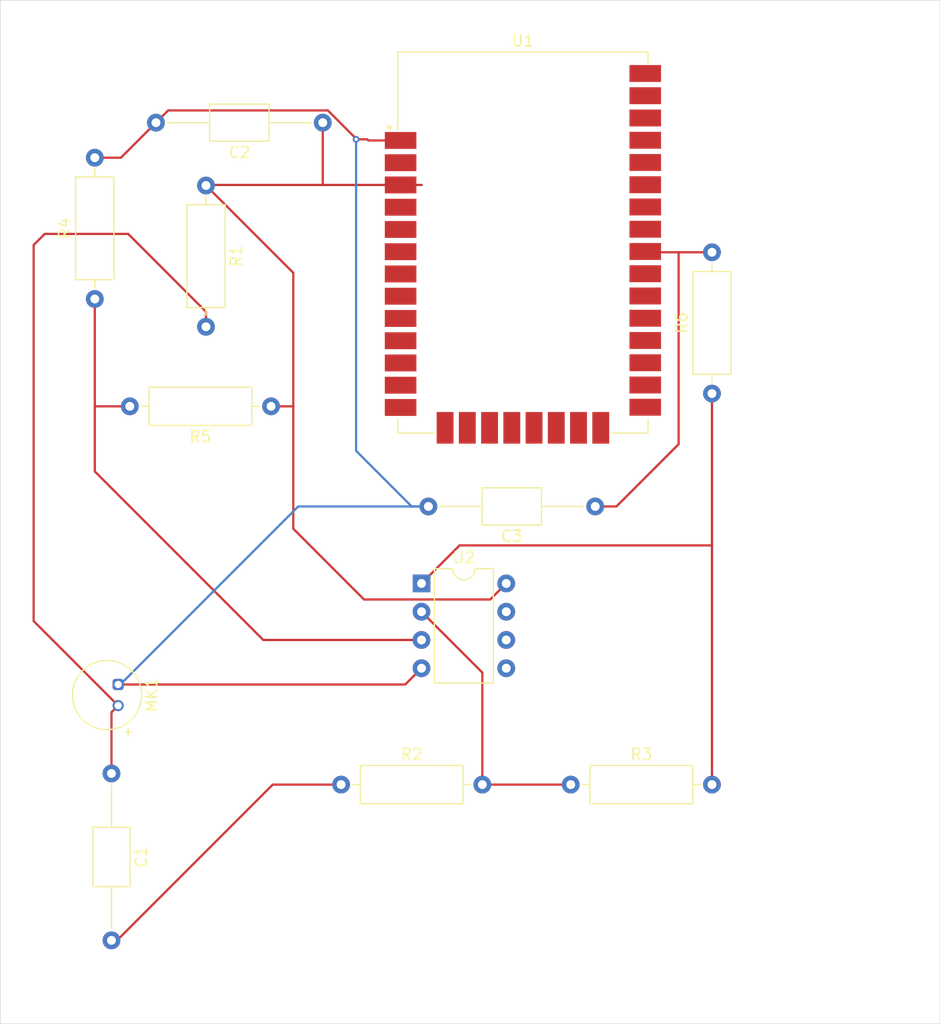
<source format=kicad_pcb>
(kicad_pcb (version 20240108) (generator "pcbnew") (generator_version "8.0")
  (layers (0 "F.Cu" signal) (31 "B.Cu" signal) (34 "B.Paste" user) (35 "F.Paste" user) (36 "B.SilkS" user "B.Silkscreen") (37 "F.SilkS" user "F.Silkscreen") (38 "B.Mask" user) (39 "F.Mask" user) (44 "Edge.Cuts" user))
  (net 0 "")
  (net 1 "Net-(C1-Pad2)")
  (net 2 "Net-(MK1-+)")
  (net 3 "+5VA")
  (net 4 "GND")
  (net 5 "PIN 34")
  (net 6 "Net-(U2A--)")
  (net 7 "Net-(R3-Pad2)")
  (net 8 "Net-(U2A-+)")
  (footprint "Resistor_THT:R_Axial_DIN0309_L9.0mm_D3.2mm_P12.70mm_Horizontal" (layer "F.Cu") (at 149.8 88)
    (property "Reference" "R3" (at 6.35 -2.72 0) (layer "F.SilkS"))
    (property "Value" "100K")
    (fp_line (start 1.04 0) (end 1.73 0) (stroke (width 0.12)) (layer "F.SilkS"))
    (fp_line (start 1.73 -1.72) (end 1.73 1.72) (stroke (width 0.12)) (layer "F.SilkS"))
    (fp_line (start 1.73 1.72) (end 10.97 1.72) (stroke (width 0.12)) (layer "F.SilkS"))
    (fp_line (start 10.97 -1.72) (end 1.73 -1.72) (stroke (width 0.12)) (layer "F.SilkS"))
    (fp_line (start 10.97 1.72) (end 10.97 -1.72) (stroke (width 0.12)) (layer "F.SilkS"))
    (fp_line (start 11.66 0) (end 10.97 0) (stroke (width 0.12)) (layer "F.SilkS"))
    (pad "1" thru_hole circle (at 0 0) (size 1.6 1.6) (drill 0.8) (layers "*.Cu" "*.Mask") (net 6 "Net-(U2A--)"))
    (pad "2" thru_hole oval (at 12.7 0) (size 1.6 1.6) (drill 0.8) (layers "*.Cu" "*.Mask") (net 7 "Net-(R3-Pad2)"))
  )
  (footprint "RF_Module:Digi_XBee_SMT" (layer "F.Cu") (at 145.5 40)
    (property "Reference" "U1" (at 0 -18.85 0) (layer "F.SilkS"))
    (property "Value" "ESP32-S3-MINI-1")
    (fp_line (start -11.25 -17.85) (end 11.25 -17.85) (stroke (width 0.12)) (layer "F.SilkS"))
    (fp_line (start -11.25 -10.85) (end -11.25 -17.85) (stroke (width 0.12)) (layer "F.SilkS"))
    (fp_line (start -11.25 15.15) (end -11.25 16.4) (stroke (width 0.12)) (layer "F.SilkS"))
    (fp_line (start -11.25 16.4) (end -8 16.4) (stroke (width 0.12)) (layer "F.SilkS"))
    (fp_line (start 8 16.4) (end 11.25 16.4) (stroke (width 0.12)) (layer "F.SilkS"))
    (fp_line (start 11.25 -17.85) (end 11.25 -16.85) (stroke (width 0.12)) (layer "F.SilkS"))
    (fp_line (start 11.25 16.4) (end 11.25 15.15) (stroke (width 0.12)) (layer "F.SilkS"))
    (fp_poly (pts (xy -12 -10.85) (xy -12.24 -11.186) (xy -11.76 -11.186) (xy -12 -10.85)) (stroke (width 0.12)) (fill solid) (layer "F.SilkS"))
    (pad "1" smd rect (at -11 -9.9) (size 2.84 1.52) (layers "F.Cu" "F.Paste" "F.Mask") (net 4 "GND"))
    (pad "2" smd rect (at -11 -7.9) (size 2.84 1.52) (layers "F.Cu" "F.Paste" "F.Mask") (net 4 "GND"))
    (pad "3" smd rect (at -11 -5.9) (size 2.84 1.52) (layers "F.Cu" "F.Paste" "F.Mask") (net 3 "+5VA"))
    (pad "4" smd rect (at -11 -3.9) (size 2.84 1.52) (layers "F.Cu" "F.Paste" "F.Mask"))
    (pad "5" smd rect (at -11 -1.9) (size 2.84 1.52) (layers "F.Cu" "F.Paste" "F.Mask"))
    (pad "6" smd rect (at -11 0.1) (size 2.84 1.52) (layers "F.Cu" "F.Paste" "F.Mask"))
    (pad "7" smd rect (at -11 2.1) (size 2.84 1.52) (layers "F.Cu" "F.Paste" "F.Mask"))
    (pad "8" smd rect (at -11 4.1) (size 2.84 1.52) (layers "F.Cu" "F.Paste" "F.Mask"))
    (pad "9" smd rect (at -11 6.1) (size 2.84 1.52) (layers "F.Cu" "F.Paste" "F.Mask"))
    (pad "10" smd rect (at -11 8.1) (size 2.84 1.52) (layers "F.Cu" "F.Paste" "F.Mask"))
    (pad "11" smd rect (at -11 10.1) (size 2.84 1.52) (layers "F.Cu" "F.Paste" "F.Mask"))
    (pad "12" smd rect (at -11 12.1) (size 2.84 1.52) (layers "F.Cu" "F.Paste" "F.Mask"))
    (pad "13" smd rect (at -11 14.1) (size 2.84 1.52) (layers "F.Cu" "F.Paste" "F.Mask"))
    (pad "14" smd rect (at -7 15.93 90) (size 2.84 1.52) (layers "F.Cu" "F.Paste" "F.Mask"))
    (pad "15" smd rect (at -5 15.93 90) (size 2.84 1.52) (layers "F.Cu" "F.Paste" "F.Mask"))
    (pad "16" smd rect (at -3 15.93 90) (size 2.84 1.52) (layers "F.Cu" "F.Paste" "F.Mask"))
    (pad "17" smd rect (at -1 15.93 90) (size 2.84 1.52) (layers "F.Cu" "F.Paste" "F.Mask"))
    (pad "18" smd rect (at 1 15.93 90) (size 2.84 1.52) (layers "F.Cu" "F.Paste" "F.Mask"))
    (pad "19" smd rect (at 3 15.93 90) (size 2.84 1.52) (layers "F.Cu" "F.Paste" "F.Mask"))
    (pad "20" smd rect (at 5 15.93 90) (size 2.84 1.52) (layers "F.Cu" "F.Paste" "F.Mask"))
    (pad "21" smd rect (at 7 15.93 90) (size 2.84 1.52) (layers "F.Cu" "F.Paste" "F.Mask"))
    (pad "22" smd rect (at 11 14.08) (size 2.84 1.52) (layers "F.Cu" "F.Paste" "F.Mask"))
    (pad "23" smd rect (at 11 12.08) (size 2.84 1.52) (layers "F.Cu" "F.Paste" "F.Mask"))
    (pad "24" smd rect (at 11 10.08) (size 2.84 1.52) (layers "F.Cu" "F.Paste" "F.Mask"))
    (pad "25" smd rect (at 11 8.08) (size 2.84 1.52) (layers "F.Cu" "F.Paste" "F.Mask"))
    (pad "26" smd rect (at 11 6.08) (size 2.84 1.52) (layers "F.Cu" "F.Paste" "F.Mask"))
    (pad "27" smd rect (at 11 4.08) (size 2.84 1.52) (layers "F.Cu" "F.Paste" "F.Mask"))
    (pad "28" smd rect (at 11 2.08) (size 2.84 1.52) (layers "F.Cu" "F.Paste" "F.Mask"))
    (pad "29" smd rect (at 11 0.08) (size 2.84 1.52) (layers "F.Cu" "F.Paste" "F.Mask") (net 5 "PIN 34"))
    (pad "30" smd rect (at 11 -1.92) (size 2.84 1.52) (layers "F.Cu" "F.Paste" "F.Mask"))
    (pad "31" smd rect (at 11 -3.92) (size 2.84 1.52) (layers "F.Cu" "F.Paste" "F.Mask"))
    (pad "32" smd rect (at 11 -5.92) (size 2.84 1.52) (layers "F.Cu" "F.Paste" "F.Mask"))
    (pad "33" smd rect (at 11 -7.92) (size 2.84 1.52) (layers "F.Cu" "F.Paste" "F.Mask"))
    (pad "34" smd rect (at 11 -9.92) (size 2.84 1.52) (layers "F.Cu" "F.Paste" "F.Mask"))
    (pad "35" smd rect (at 11 -11.92) (size 2.84 1.52) (layers "F.Cu" "F.Paste" "F.Mask"))
    (pad "36" smd rect (at 11 -13.92) (size 2.84 1.52) (layers "F.Cu" "F.Paste" "F.Mask"))
    (pad "37" smd rect (at 11 -15.92) (size 2.84 1.52) (layers "F.Cu" "F.Paste" "F.Mask"))
  )
  (footprint "Package_DIP:DIP-8_W7.62mm" (layer "F.Cu") (at 136.38 69.92)
    (property "Reference" "U2" (at 3.81 -2.33 0) (layer "F.SilkS"))
    (property "Value" "LM358")
    (fp_line (start 1.16 -1.33) (end 1.16 8.95) (stroke (width 0.12)) (layer "F.SilkS"))
    (fp_line (start 1.16 8.95) (end 6.46 8.95) (stroke (width 0.12)) (layer "F.SilkS"))
    (fp_line (start 2.81 -1.33) (end 1.16 -1.33) (stroke (width 0.12)) (layer "F.SilkS"))
    (fp_line (start 6.46 -1.33) (end 4.81 -1.33) (stroke (width 0.12)) (layer "F.SilkS"))
    (fp_line (start 6.46 8.95) (end 6.46 -1.33) (stroke (width 0.12)) (layer "F.SilkS"))
    (fp_arc (start 4.81 -1.33) (mid 3.81 -0.33) (end 2.81 -1.33) (stroke (width 0.12)) (layer "F.SilkS"))
    (pad "1" thru_hole rect (at 0 0) (size 1.6 1.6) (drill 0.8) (layers "*.Cu" "*.Mask") (net 7 "Net-(R3-Pad2)"))
    (pad "2" thru_hole oval (at 0 2.54) (size 1.6 1.6) (drill 0.8) (layers "*.Cu" "*.Mask") (net 6 "Net-(U2A--)"))
    (pad "3" thru_hole oval (at 0 5.08) (size 1.6 1.6) (drill 0.8) (layers "*.Cu" "*.Mask") (net 8 "Net-(U2A-+)"))
    (pad "4" thru_hole oval (at 0 7.62) (size 1.6 1.6) (drill 0.8) (layers "*.Cu" "*.Mask") (net 4 "GND"))
    (pad "5" thru_hole oval (at 7.62 7.62) (size 1.6 1.6) (drill 0.8) (layers "*.Cu" "*.Mask"))
    (pad "6" thru_hole oval (at 7.62 5.08) (size 1.6 1.6) (drill 0.8) (layers "*.Cu" "*.Mask"))
    (pad "7" thru_hole oval (at 7.62 2.54) (size 1.6 1.6) (drill 0.8) (layers "*.Cu" "*.Mask"))
    (pad "8" thru_hole oval (at 7.62 0) (size 1.6 1.6) (drill 0.8) (layers "*.Cu" "*.Mask") (net 3 "+5VA"))
  )
  (footprint "Resistor_THT:R_Axial_DIN0309_L9.0mm_D3.2mm_P12.70mm_Horizontal" (layer "F.Cu") (at 107 44.35 90)
    (property "Reference" "R4" (at 6.35 -2.72 -90) (layer "F.SilkS"))
    (property "Value" "10K")
    (fp_line (start 10.97 -1.72) (end 1.73 -1.72) (stroke (width 0.12)) (layer "F.SilkS"))
    (fp_line (start 1.73 -1.72) (end 1.73 1.72) (stroke (width 0.12)) (layer "F.SilkS"))
    (fp_line (start 11.66 0) (end 10.97 0) (stroke (width 0.12)) (layer "F.SilkS"))
    (fp_line (start 1.04 0) (end 1.73 0) (stroke (width 0.12)) (layer "F.SilkS"))
    (fp_line (start 10.97 1.72) (end 10.97 -1.72) (stroke (width 0.12)) (layer "F.SilkS"))
    (fp_line (start 1.73 1.72) (end 10.97 1.72) (stroke (width 0.12)) (layer "F.SilkS"))
    (pad "1" thru_hole circle (at 0 0 90) (size 1.6 1.6) (drill 0.8) (layers "*.Cu" "*.Mask") (net 8 "Net-(U2A-+)"))
    (pad "2" thru_hole oval (at 12.7 0 90) (size 1.6 1.6) (drill 0.8) (layers "*.Cu" "*.Mask") (net 4 "GND"))
  )
  (footprint "Sensor_Audio:POM-2244P-C3310-2-R" (layer "F.Cu") (at 109.1 79 -90)
    (property "Reference" "MK1" (at 0.95 -3 90) (layer "F.SilkS"))
    (property "Value" "Microphone_Condenser")
    (fp_line (start 4.3 -0.9) (end 4 -0.9) (stroke (width 0.12)) (layer "F.SilkS"))
    (fp_line (start 4.3 -0.9) (end 4.6 -0.9) (stroke (width 0.12)) (layer "F.SilkS"))
    (fp_line (start 4.3 -1.2) (end 4.3 -0.6) (stroke (width 0.12)) (layer "F.SilkS"))
    (fp_circle (center 0.95 1) (end 4.06 1) (stroke (width 0.12)) (fill none) (layer "F.SilkS"))
    (pad "1" thru_hole roundrect (at 0 0 270) (size 1 1) (drill 0.65) (layers "*.Cu" "*.Mask") (net 4 "GND"))
    (pad "2" thru_hole circle (at 1.9 0 270) (size 1 1) (drill 0.65) (layers "*.Cu" "*.Mask") (net 2 "Net-(MK1-+)"))
  )
  (footprint "Resistor_THT:R_Axial_DIN0309_L9.0mm_D3.2mm_P12.70mm_Horizontal" (layer "F.Cu") (at 162.5 52.85 90)
    (property "Reference" "R6" (at 6.35 -2.72 -90) (layer "F.SilkS"))
    (property "Value" "12K")
    (fp_line (start 10.97 -1.72) (end 1.73 -1.72) (stroke (width 0.12)) (layer "F.SilkS"))
    (fp_line (start 1.73 -1.72) (end 1.73 1.72) (stroke (width 0.12)) (layer "F.SilkS"))
    (fp_line (start 11.66 0) (end 10.97 0) (stroke (width 0.12)) (layer "F.SilkS"))
    (fp_line (start 1.04 0) (end 1.73 0) (stroke (width 0.12)) (layer "F.SilkS"))
    (fp_line (start 10.97 1.72) (end 10.97 -1.72) (stroke (width 0.12)) (layer "F.SilkS"))
    (fp_line (start 1.73 1.72) (end 10.97 1.72) (stroke (width 0.12)) (layer "F.SilkS"))
    (pad "1" thru_hole circle (at 0 0 90) (size 1.6 1.6) (drill 0.8) (layers "*.Cu" "*.Mask") (net 7 "Net-(R3-Pad2)"))
    (pad "2" thru_hole oval (at 12.7 0 90) (size 1.6 1.6) (drill 0.8) (layers "*.Cu" "*.Mask") (net 5 "PIN 34"))
  )
  (footprint "Capacitor_THT:C_Axial_L5.1mm_D3.1mm_P15.00mm_Horizontal" (layer "F.Cu") (at 152 63 180)
    (property "Reference" "C3" (at 7.5 -2.67 180) (layer "F.SilkS"))
    (property "Value" "1uF")
    (fp_line (start 13.96 0) (end 10.17 0) (stroke (width 0.12)) (layer "F.SilkS"))
    (fp_line (start 10.17 1.67) (end 10.17 -1.67) (stroke (width 0.12)) (layer "F.SilkS"))
    (fp_line (start 10.17 -1.67) (end 4.83 -1.67) (stroke (width 0.12)) (layer "F.SilkS"))
    (fp_line (start 4.83 1.67) (end 10.17 1.67) (stroke (width 0.12)) (layer "F.SilkS"))
    (fp_line (start 4.83 -1.67) (end 4.83 1.67) (stroke (width 0.12)) (layer "F.SilkS"))
    (fp_line (start 1.04 0) (end 4.83 0) (stroke (width 0.12)) (layer "F.SilkS"))
    (pad "1" thru_hole circle (at 0 0 180) (size 1.6 1.6) (drill 0.8) (layers "*.Cu" "*.Mask") (net 5 "PIN 34"))
    (pad "2" thru_hole oval (at 15 0 180) (size 1.6 1.6) (drill 0.8) (layers "*.Cu" "*.Mask") (net 4 "GND"))
  )
  (footprint "Capacitor_THT:C_Axial_L5.1mm_D3.1mm_P15.00mm_Horizontal" (layer "F.Cu") (at 127.5 28.5 180)
    (property "Reference" "C2" (at 7.5 -2.67 180) (layer "F.SilkS"))
    (property "Value" "1uF" (hide yes))
    (fp_line (start 13.96 0) (end 10.17 0) (stroke (width 0.12)) (layer "F.SilkS"))
    (fp_line (start 10.17 1.67) (end 10.17 -1.67) (stroke (width 0.12)) (layer "F.SilkS"))
    (fp_line (start 10.17 -1.67) (end 4.83 -1.67) (stroke (width 0.12)) (layer "F.SilkS"))
    (fp_line (start 4.83 1.67) (end 10.17 1.67) (stroke (width 0.12)) (layer "F.SilkS"))
    (fp_line (start 4.83 -1.67) (end 4.83 1.67) (stroke (width 0.12)) (layer "F.SilkS"))
    (fp_line (start 1.04 0) (end 4.83 0) (stroke (width 0.12)) (layer "F.SilkS"))
    (pad "1" thru_hole circle (at 0 0 180) (size 1.6 1.6) (drill 0.8) (layers "*.Cu" "*.Mask") (net 3 "+5VA"))
    (pad "2" thru_hole oval (at 15 0 180) (size 1.6 1.6) (drill 0.8) (layers "*.Cu" "*.Mask") (net 4 "GND"))
  )
  (footprint "Resistor_THT:R_Axial_DIN0309_L9.0mm_D3.2mm_P12.70mm_Horizontal" (layer "F.Cu") (at 129.15 88)
    (property "Reference" "R2" (at 6.35 -2.72 0) (layer "F.SilkS"))
    (property "Value" "1K")
    (fp_line (start 1.04 0) (end 1.73 0) (stroke (width 0.12)) (layer "F.SilkS"))
    (fp_line (start 1.73 -1.72) (end 1.73 1.72) (stroke (width 0.12)) (layer "F.SilkS"))
    (fp_line (start 1.73 1.72) (end 10.97 1.72) (stroke (width 0.12)) (layer "F.SilkS"))
    (fp_line (start 10.97 -1.72) (end 1.73 -1.72) (stroke (width 0.12)) (layer "F.SilkS"))
    (fp_line (start 10.97 1.72) (end 10.97 -1.72) (stroke (width 0.12)) (layer "F.SilkS"))
    (fp_line (start 11.66 0) (end 10.97 0) (stroke (width 0.12)) (layer "F.SilkS"))
    (pad "1" thru_hole circle (at 0 0) (size 1.6 1.6) (drill 0.8) (layers "*.Cu" "*.Mask") (net 1 "Net-(C1-Pad2)"))
    (pad "2" thru_hole oval (at 12.7 0) (size 1.6 1.6) (drill 0.8) (layers "*.Cu" "*.Mask") (net 6 "Net-(U2A--)"))
  )
  (footprint "Resistor_THT:R_Axial_DIN0309_L9.0mm_D3.2mm_P12.70mm_Horizontal" (layer "F.Cu") (at 117 34.15 -90)
    (property "Reference" "R1" (at 6.35 -2.72 90) (layer "F.SilkS"))
    (property "Value" "1K")
    (fp_line (start 1.73 1.72) (end 10.97 1.72) (stroke (width 0.12)) (layer "F.SilkS"))
    (fp_line (start 10.97 1.72) (end 10.97 -1.72) (stroke (width 0.12)) (layer "F.SilkS"))
    (fp_line (start 1.04 0) (end 1.73 0) (stroke (width 0.12)) (layer "F.SilkS"))
    (fp_line (start 11.66 0) (end 10.97 0) (stroke (width 0.12)) (layer "F.SilkS"))
    (fp_line (start 1.73 -1.72) (end 1.73 1.72) (stroke (width 0.12)) (layer "F.SilkS"))
    (fp_line (start 10.97 -1.72) (end 1.73 -1.72) (stroke (width 0.12)) (layer "F.SilkS"))
    (pad "1" thru_hole circle (at 0 0 270) (size 1.6 1.6) (drill 0.8) (layers "*.Cu" "*.Mask") (net 3 "+5VA"))
    (pad "2" thru_hole oval (at 12.7 0 270) (size 1.6 1.6) (drill 0.8) (layers "*.Cu" "*.Mask") (net 2 "Net-(MK1-+)"))
  )
  (footprint "Capacitor_THT:C_Axial_L5.1mm_D3.1mm_P15.00mm_Horizontal" (layer "F.Cu") (at 108.5 87 -90)
    (property "Reference" "C1" (at 7.5 -2.67 90) (layer "F.SilkS"))
    (property "Value" "1uF" (hide yes))
    (fp_line (start 4.83 1.67) (end 10.17 1.67) (stroke (width 0.12)) (layer "F.SilkS"))
    (fp_line (start 10.17 1.67) (end 10.17 -1.67) (stroke (width 0.12)) (layer "F.SilkS"))
    (fp_line (start 1.04 0) (end 4.83 0) (stroke (width 0.12)) (layer "F.SilkS"))
    (fp_line (start 13.96 0) (end 10.17 0) (stroke (width 0.12)) (layer "F.SilkS"))
    (fp_line (start 4.83 -1.67) (end 4.83 1.67) (stroke (width 0.12)) (layer "F.SilkS"))
    (fp_line (start 10.17 -1.67) (end 4.83 -1.67) (stroke (width 0.12)) (layer "F.SilkS"))
    (pad "1" thru_hole circle (at 0 0 270) (size 1.6 1.6) (drill 0.8) (layers "*.Cu" "*.Mask") (net 2 "Net-(MK1-+)"))
    (pad "2" thru_hole oval (at 15 0 270) (size 1.6 1.6) (drill 0.8) (layers "*.Cu" "*.Mask") (net 1 "Net-(C1-Pad2)"))
  )
  (footprint "Resistor_THT:R_Axial_DIN0309_L9.0mm_D3.2mm_P12.70mm_Horizontal" (layer "F.Cu") (at 122.85 54 180)
    (property "Reference" "R5" (at 6.35 -2.72 180) (layer "F.SilkS"))
    (property "Value" "10K")
    (fp_line (start 11.66 0) (end 10.97 0) (stroke (width 0.12)) (layer "F.SilkS"))
    (fp_line (start 10.97 1.72) (end 10.97 -1.72) (stroke (width 0.12)) (layer "F.SilkS"))
    (fp_line (start 10.97 -1.72) (end 1.73 -1.72) (stroke (width 0.12)) (layer "F.SilkS"))
    (fp_line (start 1.73 1.72) (end 10.97 1.72) (stroke (width 0.12)) (layer "F.SilkS"))
    (fp_line (start 1.73 -1.72) (end 1.73 1.72) (stroke (width 0.12)) (layer "F.SilkS"))
    (fp_line (start 1.04 0) (end 1.73 0) (stroke (width 0.12)) (layer "F.SilkS"))
    (pad "1" thru_hole circle (at 0 0 180) (size 1.6 1.6) (drill 0.8) (layers "*.Cu" "*.Mask") (net 3 "+5VA"))
    (pad "2" thru_hole oval (at 12.7 0 180) (size 1.6 1.6) (drill 0.8) (layers "*.Cu" "*.Mask") (net 8 "Net-(U2A-+)"))
  )
  (gr_rect (start 98.5 17.5) (end 183 109.5) (stroke (width 0.05)) (fill none) (layer "Edge.Cuts"))
  (segment (start 108.5 102) (end 109 102) (width 0.2) (layer "F.Cu") (net 1))
  (segment (start 109 102) (end 123 88) (width 0.2) (layer "F.Cu") (net 1))
  (segment (start 123 88) (end 129.15 88) (width 0.2) (layer "F.Cu") (net 1))
  (segment (start 102.5 38.5) (end 101.5 39.5) (width 0.2) (layer "F.Cu") (net 2))
  (segment (start 117 45.5) (end 110 38.5) (width 0.2) (layer "F.Cu") (net 2))
  (segment (start 108.5 87) (end 108.5 81.5) (width 0.2) (layer "F.Cu") (net 2))
  (segment (start 101.5 39.5) (end 101.5 73.3) (width 0.2) (layer "F.Cu") (net 2))
  (segment (start 110 38.5) (end 102.5 38.5) (width 0.2) (layer "F.Cu") (net 2))
  (segment (start 117 46.85) (end 117 45.5) (width 0.2) (layer "F.Cu") (net 2))
  (segment (start 108.5 81.5) (end 109.1 80.9) (width 0.2) (layer "F.Cu") (net 2))
  (segment (start 101.5 73.3) (end 109.1 80.9) (width 0.2) (layer "F.Cu") (net 2))
  (segment (start 124.85 65) (end 124.85 54) (width 0.2) (layer "F.Cu") (net 3))
  (segment (start 136.4 34.1) (end 134.5 34.1) (width 0.2) (layer "F.Cu") (net 3))
  (segment (start 124.85 54) (end 124.85 42) (width 0.2) (layer "F.Cu") (net 3))
  (segment (start 134.5 34.1) (end 127.5 34.1) (width 0.2) (layer "F.Cu") (net 3))
  (segment (start 122.85 54) (end 124.85 54) (width 0.2) (layer "F.Cu") (net 3))
  (segment (start 142.56 71.36) (end 131.21 71.36) (width 0.2) (layer "F.Cu") (net 3))
  (segment (start 124.85 42) (end 117 34.15) (width 0.2) (layer "F.Cu") (net 3))
  (segment (start 117.05 34.1) (end 117 34.15) (width 0.2) (layer "F.Cu") (net 3))
  (segment (start 131.21 71.36) (end 124.85 65) (width 0.2) (layer "F.Cu") (net 3))
  (segment (start 144 69.92) (end 142.56 71.36) (width 0.2) (layer "F.Cu") (net 3))
  (segment (start 127.5 34.1) (end 117.05 34.1) (width 0.2) (layer "F.Cu") (net 3))
  (segment (start 127.5 28.5) (end 127.5 34.1) (width 0.2) (layer "F.Cu") (net 3))
  (segment (start 109.1 79) (end 134.92 79) (width 0.2) (layer "F.Cu") (net 4))
  (segment (start 130.5 29.944365) (end 127.955635 27.4) (width 0.2) (layer "F.Cu") (net 4))
  (segment (start 134.92 79) (end 136.38 77.54) (width 0.2) (layer "F.Cu") (net 4))
  (segment (start 113.6 27.4) (end 112.5 28.5) (width 0.2) (layer "F.Cu") (net 4))
  (segment (start 109.35 31.65) (end 112.5 28.5) (width 0.2) (layer "F.Cu") (net 4))
  (segment (start 131.6 30.1) (end 134.5 30.1) (width 0.2) (layer "F.Cu") (net 4))
  (segment (start 130.5 30) (end 131.5 30) (width 0.2) (layer "F.Cu") (net 4))
  (segment (start 130.6 30.1) (end 130.5 30) (width 0.2) (layer "F.Cu") (net 4))
  (segment (start 131.5 30) (end 131.6 30.1) (width 0.2) (layer "F.Cu") (net 4))
  (segment (start 107 31.65) (end 109.35 31.65) (width 0.2) (layer "F.Cu") (net 4))
  (segment (start 127.955635 27.4) (end 113.6 27.4) (width 0.2) (layer "F.Cu") (net 4))
  (segment (start 130.5 30) (end 130.5 29.944365) (width 0.2) (layer "F.Cu") (net 4))
  (via (at 130.5 30) (size 0.6) (drill 0.3) (layers "F.Cu" "B.Cu") (net 4))
  (segment (start 135.5 63) (end 137 63) (width 0.2) (layer "B.Cu") (net 4))
  (segment (start 130.5 30) (end 130.5 58) (width 0.2) (layer "B.Cu") (net 4))
  (segment (start 130.5 58) (end 135.5 63) (width 0.2) (layer "B.Cu") (net 4))
  (segment (start 137 63) (end 125.294365 63) (width 0.2) (layer "B.Cu") (net 4))
  (segment (start 109.294365 79) (end 109.1 79) (width 0.2) (layer "B.Cu") (net 4))
  (segment (start 125.294365 63) (end 109.294365 79) (width 0.2) (layer "B.Cu") (net 4))
  (segment (start 162.5 40.15) (end 159.5 40.15) (width 0.2) (layer "F.Cu") (net 5))
  (segment (start 159.5 57.405635) (end 159.5 40.15) (width 0.2) (layer "F.Cu") (net 5))
  (segment (start 156.57 40.15) (end 156.5 40.08) (width 0.2) (layer "F.Cu") (net 5))
  (segment (start 152 63) (end 153.905635 63) (width 0.2) (layer "F.Cu") (net 5))
  (segment (start 153.905635 63) (end 159.5 57.405635) (width 0.2) (layer "F.Cu") (net 5))
  (segment (start 159.5 40.15) (end 156.57 40.15) (width 0.2) (layer "F.Cu") (net 5))
  (segment (start 149.8 88) (end 141.85 88) (width 0.2) (layer "F.Cu") (net 6))
  (segment (start 141.85 77.93) (end 136.38 72.46) (width 0.2) (layer "F.Cu") (net 6))
  (segment (start 141.85 88) (end 141.85 77.93) (width 0.2) (layer "F.Cu") (net 6))
  (segment (start 162.5 88) (end 162.5 66.5) (width 0.2) (layer "F.Cu") (net 7))
  (segment (start 139.8 66.5) (end 136.38 69.92) (width 0.2) (layer "F.Cu") (net 7))
  (segment (start 162.5 66.5) (end 139.8 66.5) (width 0.2) (layer "F.Cu") (net 7))
  (segment (start 162.5 52.85) (end 162.5 66.5) (width 0.2) (layer "F.Cu") (net 7))
  (segment (start 107 54) (end 107 59.85) (width 0.2) (layer "F.Cu") (net 8))
  (segment (start 112.15 65) (end 122.15 75) (width 0.2) (layer "F.Cu") (net 8))
  (segment (start 110.15 54) (end 107 54) (width 0.2) (layer "F.Cu") (net 8))
  (segment (start 107 59.85) (end 112.15 65) (width 0.2) (layer "F.Cu") (net 8))
  (segment (start 107 44.35) (end 107 54) (width 0.2) (layer "F.Cu") (net 8))
  (segment (start 122.15 75) (end 136.38 75) (width 0.2) (layer "F.Cu") (net 8))
)
</source>
